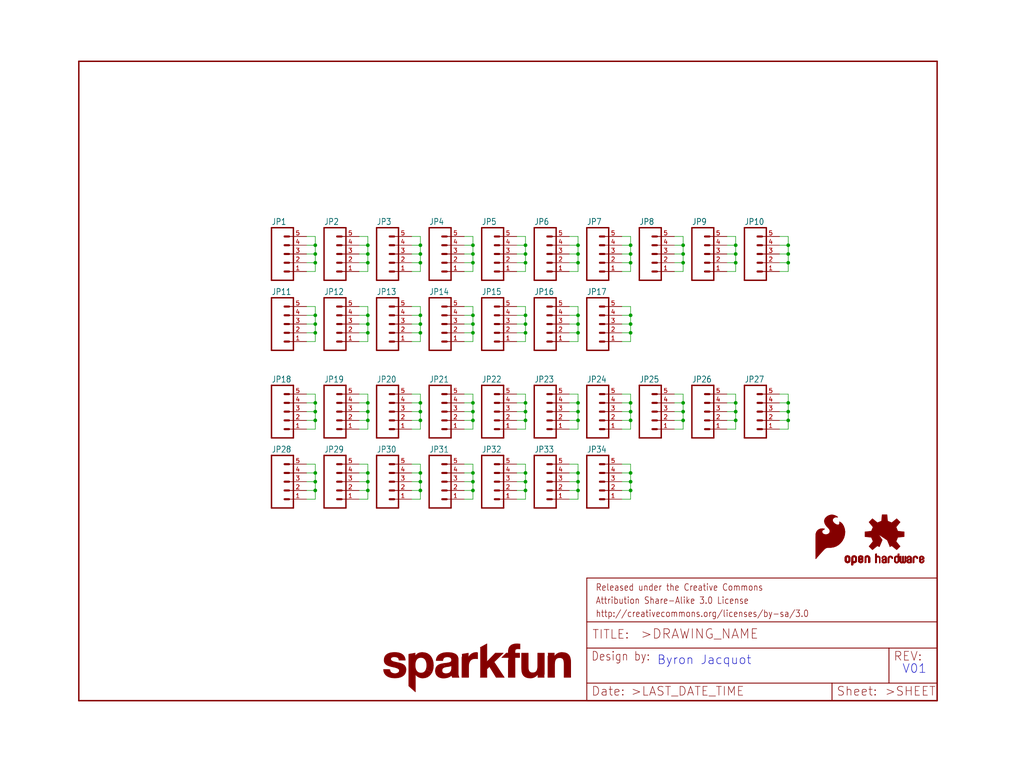
<source format=kicad_sch>
(kicad_sch (version 20211123) (generator eeschema)
  (paper "User" 297.002 223.926)
  (lib_symbols
    (symbol "eagleSchem-eagle-import:FRAME-LETTER"
      (symbol "FRAME-LETTER_2_0"
        (text ">DRAWING_NAME" (at 15.494 17.78 0) (effects (font (size 2.7432 2.7432)) (justify left bottom)))
        (text ">LAST_DATE_TIME" (at 12.7 1.27 0) (effects (font (size 2.54 2.54)) (justify left bottom)))
        (text ">SHEET" (at 86.36 1.27 0) (effects (font (size 2.54 2.54)) (justify left bottom)))
        (text "Attribution Share-Alike 3.0 License" (at 2.54 27.94 0) (effects (font (size 1.9304 1.6408)) (justify left bottom)))
        (text "Date:" (at 1.27 1.27 0) (effects (font (size 2.54 2.54)) (justify left bottom)))
        (text "Design by:" (at 1.27 11.43 0) (effects (font (size 2.54 2.159)) (justify left bottom)))
        (text "http://creativecommons.org/licenses/by-sa/3.0" (at 2.54 24.13 0) (effects (font (size 1.9304 1.6408)) (justify left bottom)))
        (text "Released under the Creative Commons" (at 2.54 31.75 0) (effects (font (size 1.9304 1.6408)) (justify left bottom)))
        (text "REV:" (at 88.9 11.43 0) (effects (font (size 2.54 2.54)) (justify left bottom)))
        (text "Sheet:" (at 72.39 1.27 0) (effects (font (size 2.54 2.54)) (justify left bottom)))
        (text "TITLE:" (at 1.524 17.78 0) (effects (font (size 2.54 2.54)) (justify left bottom)))
      )
    )
    (symbol "eagleSchem-eagle-import:M05NO_SILK"
      (property "Reference" "JP" (at -2.54 8.382 0))
      (property "Value" "M05NO_SILK" (at -2.54 -10.16 0))
      (symbol "M05NO_SILK_1_0"
        (pin passive line (at 7.62 -5.08 180) (length 5.08) (name "1") (number "1"))
        (pin passive line (at 7.62 -2.54 180) (length 5.08) (name "2") (number "2"))
        (pin passive line (at 7.62 0 180) (length 5.08) (name "3") (number "3"))
        (pin passive line (at 7.62 2.54 180) (length 5.08) (name "4") (number "4"))
        (pin passive line (at 7.62 5.08 180) (length 5.08) (name "5") (number "5"))
      )
    )
    (symbol "eagleSchem-eagle-import:OSHW-LOGOM")
    (symbol "eagleSchem-eagle-import:SFE_LOGO_FLAME.1_INCH")
    (symbol "eagleSchem-eagle-import:SFE_LOGO_NAME.1_INCH")
  )
  (junction (at 91.44 121.92))
  (junction (at 106.68 93.98))
  (junction (at 121.92 121.92))
  (junction (at 198.12 71.12))
  (junction (at 198.12 73.66))
  (junction (at 167.64 137.16))
  (junction (at 137.16 139.7))
  (junction (at 121.92 139.7))
  (junction (at 121.92 73.66))
  (junction (at 137.16 91.44))
  (junction (at 167.64 119.38))
  (junction (at 228.6 71.12))
  (junction (at 213.36 71.12))
  (junction (at 167.64 76.2))
  (junction (at 152.4 121.92))
  (junction (at 228.6 121.92))
  (junction (at 152.4 137.16))
  (junction (at 121.92 71.12))
  (junction (at 182.88 91.44))
  (junction (at 182.88 119.38))
  (junction (at 182.88 137.16))
  (junction (at 137.16 142.24))
  (junction (at 106.68 91.44))
  (junction (at 91.44 119.38))
  (junction (at 213.36 121.92))
  (junction (at 167.64 142.24))
  (junction (at 152.4 73.66))
  (junction (at 121.92 137.16))
  (junction (at 137.16 93.98))
  (junction (at 213.36 73.66))
  (junction (at 182.88 96.52))
  (junction (at 91.44 93.98))
  (junction (at 106.68 142.24))
  (junction (at 106.68 76.2))
  (junction (at 152.4 76.2))
  (junction (at 121.92 93.98))
  (junction (at 91.44 137.16))
  (junction (at 121.92 116.84))
  (junction (at 121.92 76.2))
  (junction (at 152.4 91.44))
  (junction (at 91.44 76.2))
  (junction (at 121.92 119.38))
  (junction (at 182.88 73.66))
  (junction (at 106.68 139.7))
  (junction (at 167.64 121.92))
  (junction (at 182.88 71.12))
  (junction (at 137.16 119.38))
  (junction (at 152.4 96.52))
  (junction (at 106.68 71.12))
  (junction (at 91.44 71.12))
  (junction (at 106.68 137.16))
  (junction (at 167.64 139.7))
  (junction (at 167.64 93.98))
  (junction (at 137.16 121.92))
  (junction (at 182.88 139.7))
  (junction (at 213.36 116.84))
  (junction (at 167.64 73.66))
  (junction (at 121.92 96.52))
  (junction (at 198.12 116.84))
  (junction (at 152.4 71.12))
  (junction (at 137.16 96.52))
  (junction (at 121.92 142.24))
  (junction (at 137.16 137.16))
  (junction (at 213.36 119.38))
  (junction (at 152.4 119.38))
  (junction (at 91.44 139.7))
  (junction (at 137.16 76.2))
  (junction (at 91.44 96.52))
  (junction (at 152.4 116.84))
  (junction (at 106.68 119.38))
  (junction (at 167.64 96.52))
  (junction (at 198.12 121.92))
  (junction (at 91.44 91.44))
  (junction (at 182.88 93.98))
  (junction (at 167.64 91.44))
  (junction (at 106.68 73.66))
  (junction (at 228.6 116.84))
  (junction (at 182.88 142.24))
  (junction (at 91.44 116.84))
  (junction (at 106.68 121.92))
  (junction (at 152.4 139.7))
  (junction (at 167.64 71.12))
  (junction (at 91.44 142.24))
  (junction (at 106.68 96.52))
  (junction (at 91.44 73.66))
  (junction (at 137.16 73.66))
  (junction (at 137.16 71.12))
  (junction (at 228.6 76.2))
  (junction (at 213.36 76.2))
  (junction (at 182.88 121.92))
  (junction (at 152.4 93.98))
  (junction (at 198.12 119.38))
  (junction (at 167.64 116.84))
  (junction (at 121.92 91.44))
  (junction (at 182.88 76.2))
  (junction (at 228.6 119.38))
  (junction (at 198.12 76.2))
  (junction (at 106.68 116.84))
  (junction (at 137.16 116.84))
  (junction (at 152.4 142.24))
  (junction (at 228.6 73.66))
  (junction (at 182.88 116.84))
  (wire (pts (xy 167.64 121.92) (xy 167.64 119.38)))
  (wire (pts (xy 152.4 88.9) (xy 149.86 88.9)))
  (wire (pts (xy 88.9 91.44) (xy 91.44 91.44)))
  (wire (pts (xy 137.16 93.98) (xy 137.16 91.44)))
  (wire (pts (xy 182.88 93.98) (xy 182.88 91.44)))
  (wire (pts (xy 134.62 76.2) (xy 137.16 76.2)))
  (wire (pts (xy 198.12 119.38) (xy 198.12 116.84)))
  (wire (pts (xy 165.1 121.92) (xy 167.64 121.92)))
  (wire (pts (xy 134.62 121.92) (xy 137.16 121.92)))
  (wire (pts (xy 121.92 68.58) (xy 119.38 68.58)))
  (wire (pts (xy 182.88 88.9) (xy 180.34 88.9)))
  (wire (pts (xy 152.4 78.74) (xy 152.4 76.2)))
  (wire (pts (xy 213.36 76.2) (xy 213.36 73.66)))
  (wire (pts (xy 167.64 119.38) (xy 167.64 116.84)))
  (wire (pts (xy 210.82 78.74) (xy 213.36 78.74)))
  (wire (pts (xy 119.38 119.38) (xy 121.92 119.38)))
  (wire (pts (xy 149.86 93.98) (xy 152.4 93.98)))
  (wire (pts (xy 228.6 121.92) (xy 228.6 119.38)))
  (wire (pts (xy 121.92 139.7) (xy 121.92 137.16)))
  (wire (pts (xy 149.86 73.66) (xy 152.4 73.66)))
  (wire (pts (xy 121.92 119.38) (xy 121.92 116.84)))
  (wire (pts (xy 104.14 71.12) (xy 106.68 71.12)))
  (wire (pts (xy 165.1 78.74) (xy 167.64 78.74)))
  (wire (pts (xy 180.34 124.46) (xy 182.88 124.46)))
  (wire (pts (xy 149.86 137.16) (xy 152.4 137.16)))
  (wire (pts (xy 167.64 142.24) (xy 167.64 139.7)))
  (wire (pts (xy 180.34 71.12) (xy 182.88 71.12)))
  (wire (pts (xy 104.14 121.92) (xy 106.68 121.92)))
  (wire (pts (xy 182.88 73.66) (xy 182.88 71.12)))
  (wire (pts (xy 167.64 91.44) (xy 167.64 88.9)))
  (wire (pts (xy 119.38 91.44) (xy 121.92 91.44)))
  (wire (pts (xy 180.34 99.06) (xy 182.88 99.06)))
  (wire (pts (xy 121.92 78.74) (xy 121.92 76.2)))
  (wire (pts (xy 149.86 124.46) (xy 152.4 124.46)))
  (wire (pts (xy 167.64 71.12) (xy 167.64 68.58)))
  (wire (pts (xy 182.88 124.46) (xy 182.88 121.92)))
  (wire (pts (xy 104.14 124.46) (xy 106.68 124.46)))
  (wire (pts (xy 180.34 91.44) (xy 182.88 91.44)))
  (wire (pts (xy 106.68 73.66) (xy 106.68 71.12)))
  (wire (pts (xy 88.9 116.84) (xy 91.44 116.84)))
  (wire (pts (xy 182.88 96.52) (xy 182.88 93.98)))
  (wire (pts (xy 182.88 119.38) (xy 182.88 116.84)))
  (wire (pts (xy 182.88 91.44) (xy 182.88 88.9)))
  (wire (pts (xy 119.38 144.78) (xy 121.92 144.78)))
  (wire (pts (xy 134.62 116.84) (xy 137.16 116.84)))
  (wire (pts (xy 165.1 91.44) (xy 167.64 91.44)))
  (wire (pts (xy 180.34 139.7) (xy 182.88 139.7)))
  (wire (pts (xy 134.62 119.38) (xy 137.16 119.38)))
  (wire (pts (xy 137.16 142.24) (xy 137.16 139.7)))
  (wire (pts (xy 149.86 119.38) (xy 152.4 119.38)))
  (wire (pts (xy 106.68 137.16) (xy 106.68 134.62)))
  (wire (pts (xy 91.44 121.92) (xy 91.44 119.38)))
  (wire (pts (xy 88.9 99.06) (xy 91.44 99.06)))
  (wire (pts (xy 180.34 78.74) (xy 182.88 78.74)))
  (wire (pts (xy 182.88 139.7) (xy 182.88 137.16)))
  (wire (pts (xy 104.14 91.44) (xy 106.68 91.44)))
  (wire (pts (xy 165.1 142.24) (xy 167.64 142.24)))
  (wire (pts (xy 228.6 76.2) (xy 228.6 73.66)))
  (wire (pts (xy 91.44 71.12) (xy 91.44 68.58)))
  (wire (pts (xy 137.16 134.62) (xy 134.62 134.62)))
  (wire (pts (xy 119.38 71.12) (xy 121.92 71.12)))
  (wire (pts (xy 165.1 96.52) (xy 167.64 96.52)))
  (wire (pts (xy 91.44 144.78) (xy 91.44 142.24)))
  (wire (pts (xy 213.36 114.3) (xy 210.82 114.3)))
  (wire (pts (xy 226.06 121.92) (xy 228.6 121.92)))
  (wire (pts (xy 121.92 114.3) (xy 119.38 114.3)))
  (wire (pts (xy 88.9 137.16) (xy 91.44 137.16)))
  (wire (pts (xy 182.88 144.78) (xy 182.88 142.24)))
  (wire (pts (xy 104.14 73.66) (xy 106.68 73.66)))
  (wire (pts (xy 106.68 78.74) (xy 106.68 76.2)))
  (wire (pts (xy 137.16 88.9) (xy 134.62 88.9)))
  (wire (pts (xy 121.92 124.46) (xy 121.92 121.92)))
  (wire (pts (xy 149.86 139.7) (xy 152.4 139.7)))
  (wire (pts (xy 167.64 137.16) (xy 167.64 134.62)))
  (wire (pts (xy 198.12 71.12) (xy 198.12 68.58)))
  (wire (pts (xy 91.44 76.2) (xy 91.44 73.66)))
  (wire (pts (xy 88.9 142.24) (xy 91.44 142.24)))
  (wire (pts (xy 121.92 96.52) (xy 121.92 93.98)))
  (wire (pts (xy 195.58 119.38) (xy 198.12 119.38)))
  (wire (pts (xy 88.9 96.52) (xy 91.44 96.52)))
  (wire (pts (xy 182.88 99.06) (xy 182.88 96.52)))
  (wire (pts (xy 121.92 116.84) (xy 121.92 114.3)))
  (wire (pts (xy 91.44 88.9) (xy 88.9 88.9)))
  (wire (pts (xy 198.12 76.2) (xy 198.12 73.66)))
  (wire (pts (xy 165.1 137.16) (xy 167.64 137.16)))
  (wire (pts (xy 149.86 71.12) (xy 152.4 71.12)))
  (wire (pts (xy 167.64 68.58) (xy 165.1 68.58)))
  (wire (pts (xy 134.62 96.52) (xy 137.16 96.52)))
  (wire (pts (xy 180.34 121.92) (xy 182.88 121.92)))
  (wire (pts (xy 134.62 144.78) (xy 137.16 144.78)))
  (wire (pts (xy 134.62 139.7) (xy 137.16 139.7)))
  (wire (pts (xy 119.38 124.46) (xy 121.92 124.46)))
  (wire (pts (xy 195.58 73.66) (xy 198.12 73.66)))
  (wire (pts (xy 182.88 142.24) (xy 182.88 139.7)))
  (wire (pts (xy 137.16 68.58) (xy 134.62 68.58)))
  (wire (pts (xy 165.1 144.78) (xy 167.64 144.78)))
  (wire (pts (xy 121.92 99.06) (xy 121.92 96.52)))
  (wire (pts (xy 91.44 142.24) (xy 91.44 139.7)))
  (wire (pts (xy 152.4 139.7) (xy 152.4 137.16)))
  (wire (pts (xy 91.44 139.7) (xy 91.44 137.16)))
  (wire (pts (xy 104.14 119.38) (xy 106.68 119.38)))
  (wire (pts (xy 195.58 121.92) (xy 198.12 121.92)))
  (wire (pts (xy 195.58 116.84) (xy 198.12 116.84)))
  (wire (pts (xy 104.14 78.74) (xy 106.68 78.74)))
  (wire (pts (xy 137.16 71.12) (xy 137.16 68.58)))
  (wire (pts (xy 121.92 134.62) (xy 119.38 134.62)))
  (wire (pts (xy 152.4 116.84) (xy 152.4 114.3)))
  (wire (pts (xy 167.64 134.62) (xy 165.1 134.62)))
  (wire (pts (xy 106.68 71.12) (xy 106.68 68.58)))
  (wire (pts (xy 210.82 73.66) (xy 213.36 73.66)))
  (wire (pts (xy 137.16 78.74) (xy 137.16 76.2)))
  (wire (pts (xy 152.4 76.2) (xy 152.4 73.66)))
  (wire (pts (xy 134.62 124.46) (xy 137.16 124.46)))
  (wire (pts (xy 152.4 119.38) (xy 152.4 116.84)))
  (wire (pts (xy 226.06 73.66) (xy 228.6 73.66)))
  (wire (pts (xy 119.38 142.24) (xy 121.92 142.24)))
  (wire (pts (xy 213.36 78.74) (xy 213.36 76.2)))
  (wire (pts (xy 137.16 114.3) (xy 134.62 114.3)))
  (wire (pts (xy 167.64 93.98) (xy 167.64 91.44)))
  (wire (pts (xy 149.86 78.74) (xy 152.4 78.74)))
  (wire (pts (xy 137.16 121.92) (xy 137.16 119.38)))
  (wire (pts (xy 149.86 91.44) (xy 152.4 91.44)))
  (wire (pts (xy 152.4 144.78) (xy 152.4 142.24)))
  (wire (pts (xy 137.16 144.78) (xy 137.16 142.24)))
  (wire (pts (xy 152.4 142.24) (xy 152.4 139.7)))
  (wire (pts (xy 88.9 124.46) (xy 91.44 124.46)))
  (wire (pts (xy 106.68 91.44) (xy 106.68 88.9)))
  (wire (pts (xy 121.92 121.92) (xy 121.92 119.38)))
  (wire (pts (xy 119.38 139.7) (xy 121.92 139.7)))
  (wire (pts (xy 182.88 114.3) (xy 180.34 114.3)))
  (wire (pts (xy 121.92 91.44) (xy 121.92 88.9)))
  (wire (pts (xy 106.68 119.38) (xy 106.68 116.84)))
  (wire (pts (xy 106.68 96.52) (xy 106.68 93.98)))
  (wire (pts (xy 104.14 116.84) (xy 106.68 116.84)))
  (wire (pts (xy 228.6 119.38) (xy 228.6 116.84)))
  (wire (pts (xy 226.06 124.46) (xy 228.6 124.46)))
  (wire (pts (xy 119.38 96.52) (xy 121.92 96.52)))
  (wire (pts (xy 149.86 121.92) (xy 152.4 121.92)))
  (wire (pts (xy 152.4 121.92) (xy 152.4 119.38)))
  (wire (pts (xy 137.16 124.46) (xy 137.16 121.92)))
  (wire (pts (xy 134.62 137.16) (xy 137.16 137.16)))
  (wire (pts (xy 106.68 99.06) (xy 106.68 96.52)))
  (wire (pts (xy 152.4 134.62) (xy 149.86 134.62)))
  (wire (pts (xy 104.14 76.2) (xy 106.68 76.2)))
  (wire (pts (xy 226.06 116.84) (xy 228.6 116.84)))
  (wire (pts (xy 106.68 93.98) (xy 106.68 91.44)))
  (wire (pts (xy 210.82 71.12) (xy 213.36 71.12)))
  (wire (pts (xy 210.82 116.84) (xy 213.36 116.84)))
  (wire (pts (xy 119.38 116.84) (xy 121.92 116.84)))
  (wire (pts (xy 182.88 134.62) (xy 180.34 134.62)))
  (wire (pts (xy 226.06 71.12) (xy 228.6 71.12)))
  (wire (pts (xy 106.68 76.2) (xy 106.68 73.66)))
  (wire (pts (xy 226.06 119.38) (xy 228.6 119.38)))
  (wire (pts (xy 165.1 76.2) (xy 167.64 76.2)))
  (wire (pts (xy 149.86 144.78) (xy 152.4 144.78)))
  (wire (pts (xy 228.6 114.3) (xy 226.06 114.3)))
  (wire (pts (xy 91.44 91.44) (xy 91.44 88.9)))
  (wire (pts (xy 88.9 93.98) (xy 91.44 93.98)))
  (wire (pts (xy 152.4 137.16) (xy 152.4 134.62)))
  (wire (pts (xy 228.6 78.74) (xy 228.6 76.2)))
  (wire (pts (xy 137.16 139.7) (xy 137.16 137.16)))
  (wire (pts (xy 137.16 73.66) (xy 137.16 71.12)))
  (wire (pts (xy 137.16 116.84) (xy 137.16 114.3)))
  (wire (pts (xy 180.34 142.24) (xy 182.88 142.24)))
  (wire (pts (xy 180.34 93.98) (xy 182.88 93.98)))
  (wire (pts (xy 167.64 76.2) (xy 167.64 73.66)))
  (wire (pts (xy 198.12 116.84) (xy 198.12 114.3)))
  (wire (pts (xy 210.82 76.2) (xy 213.36 76.2)))
  (wire (pts (xy 167.64 124.46) (xy 167.64 121.92)))
  (wire (pts (xy 213.36 119.38) (xy 213.36 116.84)))
  (wire (pts (xy 149.86 76.2) (xy 152.4 76.2)))
  (wire (pts (xy 119.38 78.74) (xy 121.92 78.74)))
  (wire (pts (xy 121.92 76.2) (xy 121.92 73.66)))
  (wire (pts (xy 167.64 96.52) (xy 167.64 93.98)))
  (wire (pts (xy 180.34 116.84) (xy 182.88 116.84)))
  (wire (pts (xy 134.62 142.24) (xy 137.16 142.24)))
  (wire (pts (xy 167.64 116.84) (xy 167.64 114.3)))
  (wire (pts (xy 134.62 91.44) (xy 137.16 91.44)))
  (wire (pts (xy 182.88 71.12) (xy 182.88 68.58)))
  (wire (pts (xy 106.68 68.58) (xy 104.14 68.58)))
  (wire (pts (xy 88.9 144.78) (xy 91.44 144.78)))
  (wire (pts (xy 152.4 93.98) (xy 152.4 91.44)))
  (wire (pts (xy 119.38 73.66) (xy 121.92 73.66)))
  (wire (pts (xy 134.62 73.66) (xy 137.16 73.66)))
  (wire (pts (xy 228.6 73.66) (xy 228.6 71.12)))
  (wire (pts (xy 104.14 93.98) (xy 106.68 93.98)))
  (wire (pts (xy 88.9 119.38) (xy 91.44 119.38)))
  (wire (pts (xy 106.68 139.7) (xy 106.68 137.16)))
  (wire (pts (xy 213.36 116.84) (xy 213.36 114.3)))
  (wire (pts (xy 213.36 121.92) (xy 213.36 119.38)))
  (wire (pts (xy 167.64 78.74) (xy 167.64 76.2)))
  (wire (pts (xy 106.68 144.78) (xy 106.68 142.24)))
  (wire (pts (xy 167.64 144.78) (xy 167.64 142.24)))
  (wire (pts (xy 180.34 137.16) (xy 182.88 137.16)))
  (wire (pts (xy 91.44 134.62) (xy 88.9 134.62)))
  (wire (pts (xy 121.92 144.78) (xy 121.92 142.24)))
  (wire (pts (xy 198.12 121.92) (xy 198.12 119.38)))
  (wire (pts (xy 198.12 68.58) (xy 195.58 68.58)))
  (wire (pts (xy 121.92 93.98) (xy 121.92 91.44)))
  (wire (pts (xy 106.68 142.24) (xy 106.68 139.7)))
  (wire (pts (xy 182.88 76.2) (xy 182.88 73.66)))
  (wire (pts (xy 106.68 124.46) (xy 106.68 121.92)))
  (wire (pts (xy 182.88 78.74) (xy 182.88 76.2)))
  (wire (pts (xy 149.86 99.06) (xy 152.4 99.06)))
  (wire (pts (xy 134.62 78.74) (xy 137.16 78.74)))
  (wire (pts (xy 121.92 71.12) (xy 121.92 68.58)))
  (wire (pts (xy 167.64 139.7) (xy 167.64 137.16)))
  (wire (pts (xy 167.64 73.66) (xy 167.64 71.12)))
  (wire (pts (xy 198.12 73.66) (xy 198.12 71.12)))
  (wire (pts (xy 91.44 93.98) (xy 91.44 91.44)))
  (wire (pts (xy 182.88 137.16) (xy 182.88 134.62)))
  (wire (pts (xy 121.92 142.24) (xy 121.92 139.7)))
  (wire (pts (xy 165.1 139.7) (xy 167.64 139.7)))
  (wire (pts (xy 149.86 96.52) (xy 152.4 96.52)))
  (wire (pts (xy 88.9 71.12) (xy 91.44 71.12)))
  (wire (pts (xy 91.44 78.74) (xy 91.44 76.2)))
  (wire (pts (xy 152.4 99.06) (xy 152.4 96.52)))
  (wire (pts (xy 91.44 137.16) (xy 91.44 134.62)))
  (wire (pts (xy 165.1 119.38) (xy 167.64 119.38)))
  (wire (pts (xy 104.14 144.78) (xy 106.68 144.78)))
  (wire (pts (xy 119.38 121.92) (xy 121.92 121.92)))
  (wire (pts (xy 106.68 88.9) (xy 104.14 88.9)))
  (wire (pts (xy 137.16 76.2) (xy 137.16 73.66)))
  (wire (pts (xy 180.34 76.2) (xy 182.88 76.2)))
  (wire (pts (xy 91.44 114.3) (xy 88.9 114.3)))
  (wire (pts (xy 226.06 76.2) (xy 228.6 76.2)))
  (wire (pts (xy 180.34 73.66) (xy 182.88 73.66)))
  (wire (pts (xy 119.38 93.98) (xy 121.92 93.98)))
  (wire (pts (xy 152.4 124.46) (xy 152.4 121.92)))
  (wire (pts (xy 91.44 119.38) (xy 91.44 116.84)))
  (wire (pts (xy 210.82 119.38) (xy 213.36 119.38)))
  (wire (pts (xy 167.64 99.06) (xy 167.64 96.52)))
  (wire (pts (xy 228.6 71.12) (xy 228.6 68.58)))
  (wire (pts (xy 210.82 124.46) (xy 213.36 124.46)))
  (wire (pts (xy 182.88 68.58) (xy 180.34 68.58)))
  (wire (pts (xy 121.92 73.66) (xy 121.92 71.12)))
  (wire (pts (xy 198.12 114.3) (xy 195.58 114.3)))
  (wire (pts (xy 119.38 76.2) (xy 121.92 76.2)))
  (wire (pts (xy 195.58 71.12) (xy 198.12 71.12)))
  (wire (pts (xy 91.44 68.58) (xy 88.9 68.58)))
  (wire (pts (xy 88.9 76.2) (xy 91.44 76.2)))
  (wire (pts (xy 134.62 71.12) (xy 137.16 71.12)))
  (wire (pts (xy 165.1 99.06) (xy 167.64 99.06)))
  (wire (pts (xy 152.4 71.12) (xy 152.4 68.58)))
  (wire (pts (xy 165.1 71.12) (xy 167.64 71.12)))
  (wire (pts (xy 134.62 93.98) (xy 137.16 93.98)))
  (wire (pts (xy 213.36 124.46) (xy 213.36 121.92)))
  (wire (pts (xy 91.44 116.84) (xy 91.44 114.3)))
  (wire (pts (xy 228.6 116.84) (xy 228.6 114.3)))
  (wire (pts (xy 104.14 137.16) (xy 106.68 137.16)))
  (wire (pts (xy 119.38 137.16) (xy 121.92 137.16)))
  (wire (pts (xy 121.92 137.16) (xy 121.92 134.62)))
  (wire (pts (xy 137.16 137.16) (xy 137.16 134.62)))
  (wire (pts (xy 134.62 99.06) (xy 137.16 99.06)))
  (wire (pts (xy 106.68 121.92) (xy 106.68 119.38)))
  (wire (pts (xy 228.6 124.46) (xy 228.6 121.92)))
  (wire (pts (xy 165.1 73.66) (xy 167.64 73.66)))
  (wire (pts (xy 165.1 116.84) (xy 167.64 116.84)))
  (wire (pts (xy 182.88 116.84) (xy 182.88 114.3)))
  (wire (pts (xy 119.38 99.06) (xy 121.92 99.06)))
  (wire (pts (xy 213.36 68.58) (xy 210.82 68.58)))
  (wire (pts (xy 88.9 121.92) (xy 91.44 121.92)))
  (wire (pts (xy 152.4 68.58) (xy 149.86 68.58)))
  (wire (pts (xy 198.12 124.46) (xy 198.12 121.92)))
  (wire (pts (xy 180.34 144.78) (xy 182.88 144.78)))
  (wire (pts (xy 106.68 116.84) (xy 106.68 114.3)))
  (wire (pts (xy 106.68 134.62) (xy 104.14 134.62)))
  (wire (pts (xy 152.4 96.52) (xy 152.4 93.98)))
  (wire (pts (xy 91.44 73.66) (xy 91.44 71.12)))
  (wire (pts (xy 167.64 88.9) (xy 165.1 88.9)))
  (wire (pts (xy 121.92 88.9) (xy 119.38 88.9)))
  (wire (pts (xy 182.88 121.92) (xy 182.88 119.38)))
  (wire (pts (xy 152.4 114.3) (xy 149.86 114.3)))
  (wire (pts (xy 198.12 78.74) (xy 198.12 76.2)))
  (wire (pts (xy 91.44 124.46) (xy 91.44 121.92)))
  (wire (pts (xy 137.16 96.52) (xy 137.16 93.98)))
  (wire (pts (xy 149.86 116.84) (xy 152.4 116.84)))
  (wire (pts (xy 195.58 78.74) (xy 198.12 78.74)))
  (wire (pts (xy 149.86 142.24) (xy 152.4 142.24)))
  (wire (pts (xy 106.68 114.3) (xy 104.14 114.3)))
  (wire (pts (xy 104.14 139.7) (xy 106.68 139.7)))
  (wire (pts (xy 91.44 99.06) (xy 91.44 96.52)))
  (wire (pts (xy 104.14 96.52) (xy 106.68 96.52)))
  (wire (pts (xy 167.64 114.3) (xy 165.1 114.3)))
  (wire (pts (xy 195.58 124.46) (xy 198.12 124.46)))
  (wire (pts (xy 165.1 124.46) (xy 167.64 124.46)))
  (wire (pts (xy 137.16 91.44) (xy 137.16 88.9)))
  (wire (pts (xy 152.4 73.66) (xy 152.4 71.12)))
  (wire (pts (xy 180.34 96.52) (xy 182.88 96.52)))
  (wire (pts (xy 180.34 119.38) (xy 182.88 119.38)))
  (wire (pts (xy 104.14 142.24) (xy 106.68 142.24)))
  (wire (pts (xy 104.14 99.06) (xy 106.68 99.06)))
  (wire (pts (xy 137.16 119.38) (xy 137.16 116.84)))
  (wire (pts (xy 165.1 93.98) (xy 167.64 93.98)))
  (wire (pts (xy 228.6 68.58) (xy 226.06 68.58)))
  (wire (pts (xy 88.9 73.66) (xy 91.44 73.66)))
  (wire (pts (xy 213.36 73.66) (xy 213.36 71.12)))
  (wire (pts (xy 195.58 76.2) (xy 198.12 76.2)))
  (wire (pts (xy 91.44 96.52) (xy 91.44 93.98)))
  (wire (pts (xy 226.06 78.74) (xy 228.6 78.74)))
  (wire (pts (xy 213.36 71.12) (xy 213.36 68.58)))
  (wire (pts (xy 137.16 99.06) (xy 137.16 96.52)))
  (wire (pts (xy 88.9 78.74) (xy 91.44 78.74)))
  (wire (pts (xy 88.9 139.7) (xy 91.44 139.7)))
  (wire (pts (xy 210.82 121.92) (xy 213.36 121.92)))
  (wire (pts (xy 152.4 91.44) (xy 152.4 88.9)))
  (text "V01" (at 261.62 195.58 180) (effects (font (size 2.54 2.54)) (justify left bottom)))
  (text "Byron Jacquot" (at 190.5 193.04 180) (effects (font (size 2.54 2.54)) (justify left bottom)))
  (symbol (lib_id "eagleSchem-eagle-import:M05NO_SILK") (at 203.2 119.38 0) (unit 1)
    (property "Reference" "JP26" (at 200.66 110.998 0) (effects (font (size 1.778 1.5113)) (justify left bottom)))
    (property "Value" " " (at 200.66 129.54 0) (effects (font (size 1.778 1.5113)) (justify left bottom)))
    (property "Footprint" "eagleSchem:1X05_NO_SILK" (effects hide))
  )
  (symbol (lib_id "eagleSchem-eagle-import:M05NO_SILK") (at 142.24 119.38 0) (unit 1)
    (property "Reference" "JP22" (at 139.7 110.998 0) (effects (font (size 1.778 1.5113)) (justify left bottom)))
    (property "Value" " " (at 139.7 129.54 0) (effects (font (size 1.778 1.5113)) (justify left bottom)))
    (property "Footprint" "eagleSchem:1X05_NO_SILK" (effects hide))
  )
  (symbol (lib_id "eagleSchem-eagle-import:M05NO_SILK") (at 96.52 73.66 0) (unit 1)
    (property "Reference" "JP2" (at 93.98 65.278 0) (effects (font (size 1.778 1.5113)) (justify left bottom)))
    (property "Value" " " (at 93.98 83.82 0) (effects (font (size 1.778 1.5113)) (justify left bottom)))
    (property "Footprint" "eagleSchem:1X05_NO_SILK" (effects hide))
  )
  (symbol (lib_id "eagleSchem-eagle-import:M05NO_SILK") (at 172.72 93.98 0) (unit 1)
    (property "Reference" "JP17" (at 170.18 85.598 0) (effects (font (size 1.778 1.5113)) (justify left bottom)))
    (property "Value" " " (at 170.18 104.14 0) (effects (font (size 1.778 1.5113)) (justify left bottom)))
    (property "Footprint" "eagleSchem:1X05_NO_SILK" (effects hide))
  )
  (symbol (lib_id "eagleSchem-eagle-import:M05NO_SILK") (at 127 93.98 0) (unit 1)
    (property "Reference" "JP14" (at 124.46 85.598 0) (effects (font (size 1.778 1.5113)) (justify left bottom)))
    (property "Value" " " (at 124.46 104.14 0) (effects (font (size 1.778 1.5113)) (justify left bottom)))
    (property "Footprint" "eagleSchem:1X05_NO_SILK" (effects hide))
  )
  (symbol (lib_id "eagleSchem-eagle-import:M05NO_SILK") (at 111.76 73.66 0) (unit 1)
    (property "Reference" "JP3" (at 109.22 65.278 0) (effects (font (size 1.778 1.5113)) (justify left bottom)))
    (property "Value" " " (at 109.22 83.82 0) (effects (font (size 1.778 1.5113)) (justify left bottom)))
    (property "Footprint" "eagleSchem:1X05_NO_SILK" (effects hide))
  )
  (symbol (lib_id "eagleSchem-eagle-import:M05NO_SILK") (at 142.24 93.98 0) (unit 1)
    (property "Reference" "JP15" (at 139.7 85.598 0) (effects (font (size 1.778 1.5113)) (justify left bottom)))
    (property "Value" " " (at 139.7 104.14 0) (effects (font (size 1.778 1.5113)) (justify left bottom)))
    (property "Footprint" "eagleSchem:1X05_NO_SILK" (effects hide))
  )
  (symbol (lib_id "eagleSchem-eagle-import:M05NO_SILK") (at 172.72 119.38 0) (unit 1)
    (property "Reference" "JP24" (at 170.18 110.998 0) (effects (font (size 1.778 1.5113)) (justify left bottom)))
    (property "Value" " " (at 170.18 129.54 0) (effects (font (size 1.778 1.5113)) (justify left bottom)))
    (property "Footprint" "eagleSchem:1X05_NO_SILK" (effects hide))
  )
  (symbol (lib_id "eagleSchem-eagle-import:M05NO_SILK") (at 187.96 119.38 0) (unit 1)
    (property "Reference" "JP25" (at 185.42 110.998 0) (effects (font (size 1.778 1.5113)) (justify left bottom)))
    (property "Value" " " (at 185.42 129.54 0) (effects (font (size 1.778 1.5113)) (justify left bottom)))
    (property "Footprint" "eagleSchem:1X05_NO_SILK" (effects hide))
  )
  (symbol (lib_id "eagleSchem-eagle-import:M05NO_SILK") (at 96.52 119.38 0) (unit 1)
    (property "Reference" "JP19" (at 93.98 110.998 0) (effects (font (size 1.778 1.5113)) (justify left bottom)))
    (property "Value" " " (at 93.98 129.54 0) (effects (font (size 1.778 1.5113)) (justify left bottom)))
    (property "Footprint" "eagleSchem:1X05_NO_SILK" (effects hide))
  )
  (symbol (lib_id "eagleSchem-eagle-import:M05NO_SILK") (at 157.48 139.7 0) (unit 1)
    (property "Reference" "JP33" (at 154.94 131.318 0) (effects (font (size 1.778 1.5113)) (justify left bottom)))
    (property "Value" " " (at 154.94 149.86 0) (effects (font (size 1.778 1.5113)) (justify left bottom)))
    (property "Footprint" "eagleSchem:1X05_NO_SILK" (effects hide))
  )
  (symbol (lib_id "eagleSchem-eagle-import:FRAME-LETTER") (at 22.86 203.2 0) (unit 1)
    (property "Reference" "FRAME1" (effects hide))
    (property "Value" "FRAME-LETTER" (effects hide))
    (property "Footprint" "eagleSchem:CREATIVE_COMMONS" (effects hide))
  )
  (symbol (lib_id "eagleSchem-eagle-import:M05NO_SILK") (at 127 139.7 0) (unit 1)
    (property "Reference" "JP31" (at 124.46 131.318 0) (effects (font (size 1.778 1.5113)) (justify left bottom)))
    (property "Value" " " (at 124.46 149.86 0) (effects (font (size 1.778 1.5113)) (justify left bottom)))
    (property "Footprint" "eagleSchem:1X05_NO_SILK" (effects hide))
  )
  (symbol (lib_id "eagleSchem-eagle-import:M05NO_SILK") (at 81.28 73.66 0) (unit 1)
    (property "Reference" "JP1" (at 78.74 65.278 0) (effects (font (size 1.778 1.5113)) (justify left bottom)))
    (property "Value" " " (at 78.74 83.82 0) (effects (font (size 1.778 1.5113)) (justify left bottom)))
    (property "Footprint" "eagleSchem:1X05_NO_SILK" (effects hide))
  )
  (symbol (lib_id "eagleSchem-eagle-import:M05NO_SILK") (at 111.76 139.7 0) (unit 1)
    (property "Reference" "JP30" (at 109.22 131.318 0) (effects (font (size 1.778 1.5113)) (justify left bottom)))
    (property "Value" " " (at 109.22 149.86 0) (effects (font (size 1.778 1.5113)) (justify left bottom)))
    (property "Footprint" "eagleSchem:1X05_NO_SILK" (effects hide))
  )
  (symbol (lib_id "eagleSchem-eagle-import:M05NO_SILK") (at 81.28 119.38 0) (unit 1)
    (property "Reference" "JP18" (at 78.74 110.998 0) (effects (font (size 1.778 1.5113)) (justify left bottom)))
    (property "Value" " " (at 78.74 129.54 0) (effects (font (size 1.778 1.5113)) (justify left bottom)))
    (property "Footprint" "eagleSchem:1X05_NO_SILK" (effects hide))
  )
  (symbol (lib_id "eagleSchem-eagle-import:M05NO_SILK") (at 142.24 73.66 0) (unit 1)
    (property "Reference" "JP5" (at 139.7 65.278 0) (effects (font (size 1.778 1.5113)) (justify left bottom)))
    (property "Value" " " (at 139.7 83.82 0) (effects (font (size 1.778 1.5113)) (justify left bottom)))
    (property "Footprint" "eagleSchem:1X05_NO_SILK" (effects hide))
  )
  (symbol (lib_id "eagleSchem-eagle-import:M05NO_SILK") (at 157.48 93.98 0) (unit 1)
    (property "Reference" "JP16" (at 154.94 85.598 0) (effects (font (size 1.778 1.5113)) (justify left bottom)))
    (property "Value" " " (at 154.94 104.14 0) (effects (font (size 1.778 1.5113)) (justify left bottom)))
    (property "Footprint" "eagleSchem:1X05_NO_SILK" (effects hide))
  )
  (symbol (lib_id "eagleSchem-eagle-import:M05NO_SILK") (at 203.2 73.66 0) (unit 1)
    (property "Reference" "JP9" (at 200.66 65.278 0) (effects (font (size 1.778 1.5113)) (justify left bottom)))
    (property "Value" " " (at 200.66 83.82 0) (effects (font (size 1.778 1.5113)) (justify left bottom)))
    (property "Footprint" "eagleSchem:1X05_NO_SILK" (effects hide))
  )
  (symbol (lib_id "eagleSchem-eagle-import:M05NO_SILK") (at 187.96 73.66 0) (unit 1)
    (property "Reference" "JP8" (at 185.42 65.278 0) (effects (font (size 1.778 1.5113)) (justify left bottom)))
    (property "Value" " " (at 185.42 83.82 0) (effects (font (size 1.778 1.5113)) (justify left bottom)))
    (property "Footprint" "eagleSchem:1X05_NO_SILK" (effects hide))
  )
  (symbol (lib_id "eagleSchem-eagle-import:M05NO_SILK") (at 127 119.38 0) (unit 1)
    (property "Reference" "JP21" (at 124.46 110.998 0) (effects (font (size 1.778 1.5113)) (justify left bottom)))
    (property "Value" " " (at 124.46 129.54 0) (effects (font (size 1.778 1.5113)) (justify left bottom)))
    (property "Footprint" "eagleSchem:1X05_NO_SILK" (effects hide))
  )
  (symbol (lib_id "eagleSchem-eagle-import:M05NO_SILK") (at 111.76 119.38 0) (unit 1)
    (property "Reference" "JP20" (at 109.22 110.998 0) (effects (font (size 1.778 1.5113)) (justify left bottom)))
    (property "Value" " " (at 109.22 129.54 0) (effects (font (size 1.778 1.5113)) (justify left bottom)))
    (property "Footprint" "eagleSchem:1X05_NO_SILK" (effects hide))
  )
  (symbol (lib_id "eagleSchem-eagle-import:M05NO_SILK") (at 127 73.66 0) (unit 1)
    (property "Reference" "JP4" (at 124.46 65.278 0) (effects (font (size 1.778 1.5113)) (justify left bottom)))
    (property "Value" " " (at 124.46 83.82 0) (effects (font (size 1.778 1.5113)) (justify left bottom)))
    (property "Footprint" "eagleSchem:1X05_NO_SILK" (effects hide))
  )
  (symbol (lib_id "eagleSchem-eagle-import:M05NO_SILK") (at 142.24 139.7 0) (unit 1)
    (property "Reference" "JP32" (at 139.7 131.318 0) (effects (font (size 1.778 1.5113)) (justify left bottom)))
    (property "Value" " " (at 139.7 149.86 0) (effects (font (size 1.778 1.5113)) (justify left bottom)))
    (property "Footprint" "eagleSchem:1X05_NO_SILK" (effects hide))
  )
  (symbol (lib_id "eagleSchem-eagle-import:M05NO_SILK") (at 111.76 93.98 0) (unit 1)
    (property "Reference" "JP13" (at 109.22 85.598 0) (effects (font (size 1.778 1.5113)) (justify left bottom)))
    (property "Value" " " (at 109.22 104.14 0) (effects (font (size 1.778 1.5113)) (justify left bottom)))
    (property "Footprint" "eagleSchem:1X05_NO_SILK" (effects hide))
  )
  (symbol (lib_id "eagleSchem-eagle-import:M05NO_SILK") (at 81.28 139.7 0) (unit 1)
    (property "Reference" "JP28" (at 78.74 131.318 0) (effects (font (size 1.778 1.5113)) (justify left bottom)))
    (property "Value" " " (at 78.74 149.86 0) (effects (font (size 1.778 1.5113)) (justify left bottom)))
    (property "Footprint" "eagleSchem:1X05_NO_SILK" (effects hide))
  )
  (symbol (lib_id "eagleSchem-eagle-import:SFE_LOGO_NAME.1_INCH") (at 109.22 200.66 0) (unit 1)
    (property "Reference" "LOGO1" (effects hide))
    (property "Value" "SFE_LOGO_NAME.1_INCH" (effects hide))
    (property "Footprint" "eagleSchem:SFE_LOGO_NAME_.1" (effects hide))
  )
  (symbol (lib_id "eagleSchem-eagle-import:M05NO_SILK") (at 172.72 73.66 0) (unit 1)
    (property "Reference" "JP7" (at 170.18 65.278 0) (effects (font (size 1.778 1.5113)) (justify left bottom)))
    (property "Value" " " (at 170.18 83.82 0) (effects (font (size 1.778 1.5113)) (justify left bottom)))
    (property "Footprint" "eagleSchem:1X05_NO_SILK" (effects hide))
  )
  (symbol (lib_id "eagleSchem-eagle-import:M05NO_SILK") (at 81.28 93.98 0) (unit 1)
    (property "Reference" "JP11" (at 78.74 85.598 0) (effects (font (size 1.778 1.5113)) (justify left bottom)))
    (property "Value" " " (at 78.74 104.14 0) (effects (font (size 1.778 1.5113)) (justify left bottom)))
    (property "Footprint" "eagleSchem:1X05_NO_SILK" (effects hide))
  )
  (symbol (lib_id "eagleSchem-eagle-import:OSHW-LOGOM") (at 256.54 154.94 0) (unit 1)
    (property "Reference" "LOGO2" (effects hide))
    (property "Value" "OSHW-LOGOM" (effects hide))
    (property "Footprint" "eagleSchem:OSHW-LOGO-M" (effects hide))
  )
  (symbol (lib_id "eagleSchem-eagle-import:M05NO_SILK") (at 96.52 139.7 0) (unit 1)
    (property "Reference" "JP29" (at 93.98 131.318 0) (effects (font (size 1.778 1.5113)) (justify left bottom)))
    (property "Value" " " (at 93.98 149.86 0) (effects (font (size 1.778 1.5113)) (justify left bottom)))
    (property "Footprint" "eagleSchem:1X05_NO_SILK" (effects hide))
  )
  (symbol (lib_id "eagleSchem-eagle-import:SFE_LOGO_FLAME.1_INCH") (at 236.22 162.56 0) (unit 1)
    (property "Reference" "LOGO3" (effects hide))
    (property "Value" "SFE_LOGO_FLAME.1_INCH" (effects hide))
    (property "Footprint" "eagleSchem:SFE_LOGO_FLAME_.1" (effects hide))
  )
  (symbol (lib_id "eagleSchem-eagle-import:M05NO_SILK") (at 157.48 119.38 0) (unit 1)
    (property "Reference" "JP23" (at 154.94 110.998 0) (effects (font (size 1.778 1.5113)) (justify left bottom)))
    (property "Value" " " (at 154.94 129.54 0) (effects (font (size 1.778 1.5113)) (justify left bottom)))
    (property "Footprint" "eagleSchem:1X05_NO_SILK" (effects hide))
  )
  (symbol (lib_id "eagleSchem-eagle-import:M05NO_SILK") (at 96.52 93.98 0) (unit 1)
    (property "Reference" "JP12" (at 93.98 85.598 0) (effects (font (size 1.778 1.5113)) (justify left bottom)))
    (property "Value" " " (at 93.98 104.14 0) (effects (font (size 1.778 1.5113)) (justify left bottom)))
    (property "Footprint" "eagleSchem:1X05_NO_SILK" (effects hide))
  )
  (symbol (lib_id "eagleSchem-eagle-import:M05NO_SILK") (at 218.44 119.38 0) (unit 1)
    (property "Reference" "JP27" (at 215.9 110.998 0) (effects (font (size 1.778 1.5113)) (justify left bottom)))
    (property "Value" " " (at 215.9 129.54 0) (effects (font (size 1.778 1.5113)) (justify left bottom)))
    (property "Footprint" "eagleSchem:1X05_NO_SILK" (effects hide))
  )
  (symbol (lib_id "eagleSchem-eagle-import:M05NO_SILK") (at 218.44 73.66 0) (unit 1)
    (property "Reference" "JP10" (at 215.9 65.278 0) (effects (font (size 1.778 1.5113)) (justify left bottom)))
    (property "Value" " " (at 215.9 83.82 0) (effects (font (size 1.778 1.5113)) (justify left bottom)))
    (property "Footprint" "eagleSchem:1X05_NO_SILK" (effects hide))
  )
  (symbol (lib_id "eagleSchem-eagle-import:M05NO_SILK") (at 157.48 73.66 0) (unit 1)
    (property "Reference" "JP6" (at 154.94 65.278 0) (effects (font (size 1.778 1.5113)) (justify left bottom)))
    (property "Value" " " (at 154.94 83.82 0) (effects (font (size 1.778 1.5113)) (justify left bottom)))
    (property "Footprint" "eagleSchem:1X05_NO_SILK" (effects hide))
  )
  (symbol (lib_id "eagleSchem-eagle-import:SFE_LOGO_FLAME.1_INCH") (at 236.22 162.56 0) (unit 1)
    (property "Reference" "LOGO4" (effects hide))
    (property "Value" "SFE_LOGO_FLAME.1_INCH" (effects hide))
    (property "Footprint" "eagleSchem:SFE_LOGO_FLAME_.1" (effects hide))
  )
  (symbol (lib_id "eagleSchem-eagle-import:M05NO_SILK") (at 172.72 139.7 0) (unit 1)
    (property "Reference" "JP34" (at 170.18 131.318 0) (effects (font (size 1.778 1.5113)) (justify left bottom)))
    (property "Value" " " (at 170.18 149.86 0) (effects (font (size 1.778 1.5113)) (justify left bottom)))
    (property "Footprint" "eagleSchem:1X05_NO_SILK" (effects hide))
  )
  (symbol (lib_id "eagleSchem-eagle-import:FRAME-LETTER") (at 170.18 203.2 0) (unit 2)
    (property "Reference" "FRAME1" (effects hide))
    (property "Value" "FRAME-LETTER" (effects hide))
    (property "Footprint" "eagleSchem:CREATIVE_COMMONS" (effects hide))
  )
)
</source>
